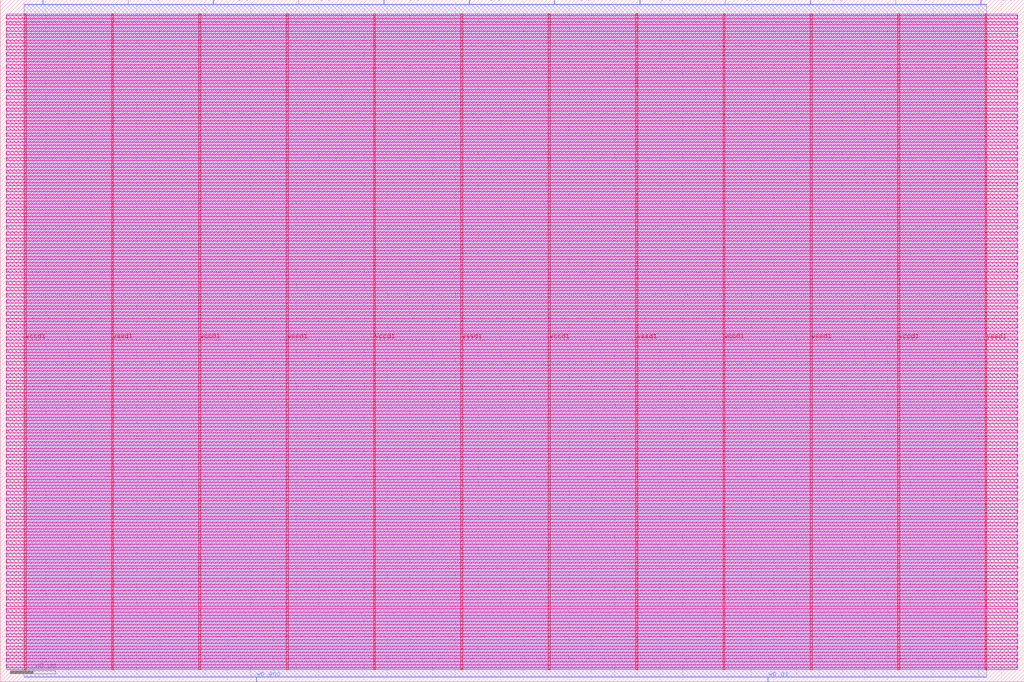
<source format=lef>
VERSION 5.7 ;
  NOWIREEXTENSIONATPIN ON ;
  DIVIDERCHAR "/" ;
  BUSBITCHARS "[]" ;
MACRO user_proj_example
  CLASS BLOCK ;
  FOREIGN user_proj_example ;
  ORIGIN 0.000 0.000 ;
  SIZE 900.000 BY 600.000 ;
  PIN io_en
    DIRECTION INPUT ;
    USE SIGNAL ;
    PORT
      LAYER met2 ;
        RECT 37.350 596.000 37.630 600.000 ;
    END
  END io_en
  PIN io_in[0]
    DIRECTION INPUT ;
    USE SIGNAL ;
    PORT
      LAYER met2 ;
        RECT 112.330 596.000 112.610 600.000 ;
    END
  END io_in[0]
  PIN io_in[1]
    DIRECTION INPUT ;
    USE SIGNAL ;
    PORT
      LAYER met2 ;
        RECT 262.290 596.000 262.570 600.000 ;
    END
  END io_in[1]
  PIN io_in[2]
    DIRECTION INPUT ;
    USE SIGNAL ;
    PORT
      LAYER met2 ;
        RECT 412.250 596.000 412.530 600.000 ;
    END
  END io_in[2]
  PIN io_in[3]
    DIRECTION INPUT ;
    USE SIGNAL ;
    PORT
      LAYER met2 ;
        RECT 562.210 596.000 562.490 600.000 ;
    END
  END io_in[3]
  PIN io_in[4]
    DIRECTION INPUT ;
    USE SIGNAL ;
    PORT
      LAYER met2 ;
        RECT 637.190 596.000 637.470 600.000 ;
    END
  END io_in[4]
  PIN io_in[5]
    DIRECTION INPUT ;
    USE SIGNAL ;
    PORT
      LAYER met2 ;
        RECT 712.170 596.000 712.450 600.000 ;
    END
  END io_in[5]
  PIN io_in[6]
    DIRECTION INPUT ;
    USE SIGNAL ;
    PORT
      LAYER met2 ;
        RECT 787.150 596.000 787.430 600.000 ;
    END
  END io_in[6]
  PIN io_in[7]
    DIRECTION INPUT ;
    USE SIGNAL ;
    PORT
      LAYER met2 ;
        RECT 862.130 596.000 862.410 600.000 ;
    END
  END io_in[7]
  PIN io_out[0]
    DIRECTION OUTPUT TRISTATE ;
    USE SIGNAL ;
    PORT
      LAYER met2 ;
        RECT 187.310 596.000 187.590 600.000 ;
    END
  END io_out[0]
  PIN io_out[1]
    DIRECTION OUTPUT TRISTATE ;
    USE SIGNAL ;
    PORT
      LAYER met2 ;
        RECT 337.270 596.000 337.550 600.000 ;
    END
  END io_out[1]
  PIN io_out[2]
    DIRECTION OUTPUT TRISTATE ;
    USE SIGNAL ;
    PORT
      LAYER met2 ;
        RECT 487.230 596.000 487.510 600.000 ;
    END
  END io_out[2]
  PIN vccd1
    DIRECTION INPUT ;
    USE POWER ;
    PORT
      LAYER met4 ;
        RECT 21.040 10.640 22.640 587.760 ;
    END
    PORT
      LAYER met4 ;
        RECT 174.640 10.640 176.240 587.760 ;
    END
    PORT
      LAYER met4 ;
        RECT 328.240 10.640 329.840 587.760 ;
    END
    PORT
      LAYER met4 ;
        RECT 481.840 10.640 483.440 587.760 ;
    END
    PORT
      LAYER met4 ;
        RECT 635.440 10.640 637.040 587.760 ;
    END
    PORT
      LAYER met4 ;
        RECT 789.040 10.640 790.640 587.760 ;
    END
  END vccd1
  PIN vssd1
    DIRECTION INPUT ;
    USE GROUND ;
    PORT
      LAYER met4 ;
        RECT 97.840 10.640 99.440 587.760 ;
    END
    PORT
      LAYER met4 ;
        RECT 251.440 10.640 253.040 587.760 ;
    END
    PORT
      LAYER met4 ;
        RECT 405.040 10.640 406.640 587.760 ;
    END
    PORT
      LAYER met4 ;
        RECT 558.640 10.640 560.240 587.760 ;
    END
    PORT
      LAYER met4 ;
        RECT 712.240 10.640 713.840 587.760 ;
    END
    PORT
      LAYER met4 ;
        RECT 865.840 10.640 867.440 587.760 ;
    END
  END vssd1
  PIN wb_eno
    DIRECTION OUTPUT TRISTATE ;
    USE SIGNAL ;
    PORT
      LAYER met2 ;
        RECT 225.030 0.000 225.310 4.000 ;
    END
  END wb_eno
  PIN wb_gs
    DIRECTION OUTPUT TRISTATE ;
    USE SIGNAL ;
    PORT
      LAYER met2 ;
        RECT 674.910 0.000 675.190 4.000 ;
    END
  END wb_gs
  OBS
      LAYER nwell ;
        RECT 5.330 583.385 894.430 586.215 ;
        RECT 5.330 577.945 894.430 580.775 ;
        RECT 5.330 572.505 894.430 575.335 ;
        RECT 5.330 567.065 894.430 569.895 ;
        RECT 5.330 561.625 894.430 564.455 ;
        RECT 5.330 556.185 894.430 559.015 ;
        RECT 5.330 550.745 894.430 553.575 ;
        RECT 5.330 545.305 894.430 548.135 ;
        RECT 5.330 539.865 894.430 542.695 ;
        RECT 5.330 534.425 894.430 537.255 ;
        RECT 5.330 528.985 894.430 531.815 ;
        RECT 5.330 523.545 894.430 526.375 ;
        RECT 5.330 518.105 894.430 520.935 ;
        RECT 5.330 512.665 894.430 515.495 ;
        RECT 5.330 507.225 894.430 510.055 ;
        RECT 5.330 501.785 894.430 504.615 ;
        RECT 5.330 496.345 894.430 499.175 ;
        RECT 5.330 490.905 894.430 493.735 ;
        RECT 5.330 485.465 894.430 488.295 ;
        RECT 5.330 480.025 894.430 482.855 ;
        RECT 5.330 474.585 894.430 477.415 ;
        RECT 5.330 469.145 894.430 471.975 ;
        RECT 5.330 463.705 894.430 466.535 ;
        RECT 5.330 458.265 894.430 461.095 ;
        RECT 5.330 452.825 894.430 455.655 ;
        RECT 5.330 447.385 894.430 450.215 ;
        RECT 5.330 441.945 894.430 444.775 ;
        RECT 5.330 436.505 894.430 439.335 ;
        RECT 5.330 431.065 894.430 433.895 ;
        RECT 5.330 425.625 894.430 428.455 ;
        RECT 5.330 420.185 894.430 423.015 ;
        RECT 5.330 414.745 894.430 417.575 ;
        RECT 5.330 409.305 894.430 412.135 ;
        RECT 5.330 403.865 894.430 406.695 ;
        RECT 5.330 398.425 894.430 401.255 ;
        RECT 5.330 392.985 894.430 395.815 ;
        RECT 5.330 387.545 894.430 390.375 ;
        RECT 5.330 382.105 894.430 384.935 ;
        RECT 5.330 376.665 894.430 379.495 ;
        RECT 5.330 371.225 894.430 374.055 ;
        RECT 5.330 365.785 894.430 368.615 ;
        RECT 5.330 360.345 894.430 363.175 ;
        RECT 5.330 354.905 894.430 357.735 ;
        RECT 5.330 349.465 894.430 352.295 ;
        RECT 5.330 344.025 894.430 346.855 ;
        RECT 5.330 338.585 894.430 341.415 ;
        RECT 5.330 333.145 894.430 335.975 ;
        RECT 5.330 327.705 894.430 330.535 ;
        RECT 5.330 322.265 894.430 325.095 ;
        RECT 5.330 316.825 894.430 319.655 ;
        RECT 5.330 311.385 894.430 314.215 ;
        RECT 5.330 305.945 894.430 308.775 ;
        RECT 5.330 300.505 894.430 303.335 ;
        RECT 5.330 295.065 894.430 297.895 ;
        RECT 5.330 289.625 894.430 292.455 ;
        RECT 5.330 284.185 894.430 287.015 ;
        RECT 5.330 278.745 894.430 281.575 ;
        RECT 5.330 273.305 894.430 276.135 ;
        RECT 5.330 267.865 894.430 270.695 ;
        RECT 5.330 262.425 894.430 265.255 ;
        RECT 5.330 256.985 894.430 259.815 ;
        RECT 5.330 251.545 894.430 254.375 ;
        RECT 5.330 246.105 894.430 248.935 ;
        RECT 5.330 240.665 894.430 243.495 ;
        RECT 5.330 235.225 894.430 238.055 ;
        RECT 5.330 229.785 894.430 232.615 ;
        RECT 5.330 224.345 894.430 227.175 ;
        RECT 5.330 218.905 894.430 221.735 ;
        RECT 5.330 213.465 894.430 216.295 ;
        RECT 5.330 208.025 894.430 210.855 ;
        RECT 5.330 202.585 894.430 205.415 ;
        RECT 5.330 197.145 894.430 199.975 ;
        RECT 5.330 191.705 894.430 194.535 ;
        RECT 5.330 186.265 894.430 189.095 ;
        RECT 5.330 180.825 894.430 183.655 ;
        RECT 5.330 175.385 894.430 178.215 ;
        RECT 5.330 169.945 894.430 172.775 ;
        RECT 5.330 164.505 894.430 167.335 ;
        RECT 5.330 159.065 894.430 161.895 ;
        RECT 5.330 153.625 894.430 156.455 ;
        RECT 5.330 148.185 894.430 151.015 ;
        RECT 5.330 142.745 894.430 145.575 ;
        RECT 5.330 137.305 894.430 140.135 ;
        RECT 5.330 131.865 894.430 134.695 ;
        RECT 5.330 126.425 894.430 129.255 ;
        RECT 5.330 120.985 894.430 123.815 ;
        RECT 5.330 115.545 894.430 118.375 ;
        RECT 5.330 110.105 894.430 112.935 ;
        RECT 5.330 104.665 894.430 107.495 ;
        RECT 5.330 99.225 894.430 102.055 ;
        RECT 5.330 93.785 894.430 96.615 ;
        RECT 5.330 88.345 894.430 91.175 ;
        RECT 5.330 82.905 894.430 85.735 ;
        RECT 5.330 77.465 894.430 80.295 ;
        RECT 5.330 72.025 894.430 74.855 ;
        RECT 5.330 66.585 894.430 69.415 ;
        RECT 5.330 61.145 894.430 63.975 ;
        RECT 5.330 55.705 894.430 58.535 ;
        RECT 5.330 50.265 894.430 53.095 ;
        RECT 5.330 44.825 894.430 47.655 ;
        RECT 5.330 39.385 894.430 42.215 ;
        RECT 5.330 33.945 894.430 36.775 ;
        RECT 5.330 28.505 894.430 31.335 ;
        RECT 5.330 23.065 894.430 25.895 ;
        RECT 5.330 17.625 894.430 20.455 ;
        RECT 5.330 12.185 894.430 15.015 ;
      LAYER li1 ;
        RECT 5.520 10.795 894.240 587.605 ;
      LAYER met1 ;
        RECT 5.520 10.640 894.240 587.760 ;
      LAYER met2 ;
        RECT 21.070 595.720 37.070 596.000 ;
        RECT 37.910 595.720 112.050 596.000 ;
        RECT 112.890 595.720 187.030 596.000 ;
        RECT 187.870 595.720 262.010 596.000 ;
        RECT 262.850 595.720 336.990 596.000 ;
        RECT 337.830 595.720 411.970 596.000 ;
        RECT 412.810 595.720 486.950 596.000 ;
        RECT 487.790 595.720 561.930 596.000 ;
        RECT 562.770 595.720 636.910 596.000 ;
        RECT 637.750 595.720 711.890 596.000 ;
        RECT 712.730 595.720 786.870 596.000 ;
        RECT 787.710 595.720 861.850 596.000 ;
        RECT 862.690 595.720 867.410 596.000 ;
        RECT 21.070 4.280 867.410 595.720 ;
        RECT 21.070 4.000 224.750 4.280 ;
        RECT 225.590 4.000 674.630 4.280 ;
        RECT 675.470 4.000 867.410 4.280 ;
      LAYER met3 ;
        RECT 21.040 10.715 867.440 587.685 ;
  END
END user_proj_example
END LIBRARY


</source>
